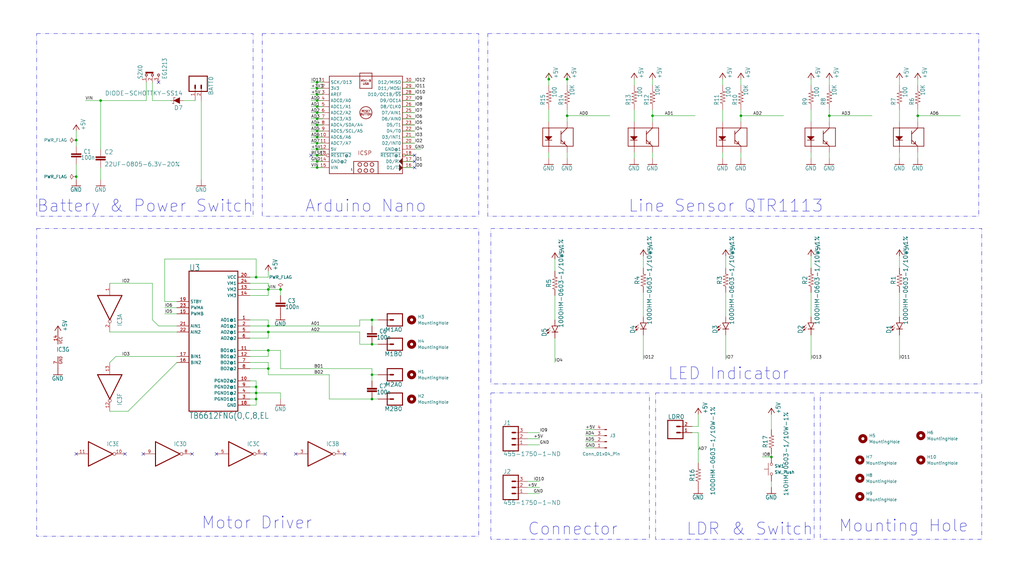
<source format=kicad_sch>
(kicad_sch (version 20230121) (generator eeschema)
  (paper "User" 426.517 239.243)
  (junction (at 132.08 52.07))
  (junction (at 132.08 57.15))
  (junction (at 106.68 161.29))
  (junction (at 31.75 58.42))
  (junction (at 132.08 62.23))
  (junction (at 132.08 44.45))
  (junction (at 154.94 143.51))
  (junction (at 106.68 166.37))
  (junction (at 31.75 73.66))
  (junction (at 132.08 49.53))
  (junction (at 321.31 190.5))
  (junction (at 308.61 48.26))
  (junction (at 111.76 138.43))
  (junction (at 345.44 48.26))
  (junction (at 106.68 115.57))
  (junction (at 132.08 34.29))
  (junction (at 132.08 69.85))
  (junction (at 132.08 54.61))
  (junction (at 132.08 59.69))
  (junction (at 111.76 146.05))
  (junction (at 41.91 41.91))
  (junction (at 154.94 166.37))
  (junction (at 132.08 39.37))
  (junction (at 132.08 64.77))
  (junction (at 132.08 36.83))
  (junction (at 111.76 135.89))
  (junction (at 228.6 33.02))
  (junction (at 116.84 120.65))
  (junction (at 106.68 163.83))
  (junction (at 154.94 156.21))
  (junction (at 132.08 67.31))
  (junction (at 236.22 33.02))
  (junction (at 271.78 48.26))
  (junction (at 382.27 48.26))
  (junction (at 236.22 48.26))
  (junction (at 111.76 153.67))
  (junction (at 111.76 120.65))
  (junction (at 132.08 41.91))
  (junction (at 154.94 133.35))
  (junction (at 132.08 46.99))
  (no_connect (at 172.72 67.31))
  (no_connect (at 52.07 189.23))
  (no_connect (at 80.01 189.23))
  (no_connect (at 90.17 189.23))
  (no_connect (at 129.54 64.77))
  (no_connect (at 59.69 189.23))
  (no_connect (at 172.72 69.85))
  (no_connect (at 66.04 34.29))
  (no_connect (at 31.75 189.23))
  (no_connect (at 123.19 189.23))
  (no_connect (at 143.51 189.23))
  (no_connect (at 172.72 64.77))
  (no_connect (at 110.49 189.23))
  (wire (pts (xy 132.08 67.31) (xy 134.62 67.31)) (stroke (width 0.1524)))
  (wire (pts (xy 116.84 153.67) (xy 154.94 153.67)) (stroke (width 0.1524)))
  (wire (pts (xy 137.16 156.21) (xy 137.16 166.37)) (stroke (width 0.1524)))
  (wire (pts (xy 104.14 115.57) (xy 106.68 115.57)) (stroke (width 0.1524)))
  (wire (pts (xy 167.64 49.53) (xy 172.72 49.53)) (stroke (width 0.1524)))
  (wire (pts (xy 382.27 63.5) (xy 382.27 66.04)) (stroke (width 0.1524)))
  (wire (pts (xy 149.86 133.35) (xy 154.94 133.35)) (stroke (width 0.1524)))
  (wire (pts (xy 111.76 146.05) (xy 111.76 148.59)) (stroke (width 0.1524)))
  (wire (pts (xy 106.68 161.29) (xy 106.68 163.83)) (stroke (width 0.1524)))
  (wire (pts (xy 374.65 111.76) (xy 374.65 106.68)) (stroke (width 0.1524)))
  (wire (pts (xy 53.34 171.45) (xy 45.72 171.45)) (stroke (width 0.1524)))
  (wire (pts (xy 167.64 41.91) (xy 172.72 41.91)) (stroke (width 0.1524)))
  (wire (pts (xy 154.94 166.37) (xy 157.48 166.37)) (stroke (width 0.1524)))
  (wire (pts (xy 290.83 180.34) (xy 288.29 180.34)) (stroke (width 0.1524)))
  (wire (pts (xy 264.16 45.72) (xy 264.16 50.8)) (stroke (width 0.1524)))
  (wire (pts (xy 106.68 107.95) (xy 106.68 115.57)) (stroke (width 0.1524)))
  (wire (pts (xy 345.44 63.5) (xy 345.44 66.04)) (stroke (width 0.1524)))
  (wire (pts (xy 31.75 68.58) (xy 31.75 73.66)) (stroke (width 0.1524)))
  (wire (pts (xy 48.26 148.59) (xy 45.72 151.13)) (stroke (width 0.1524)))
  (wire (pts (xy 149.86 138.43) (xy 149.86 143.51)) (stroke (width 0.1524)))
  (wire (pts (xy 337.82 33.02) (xy 337.82 35.56)) (stroke (width 0.1524)))
  (wire (pts (xy 111.76 151.13) (xy 111.76 153.67)) (stroke (width 0.1524)))
  (wire (pts (xy 111.76 118.11) (xy 104.14 118.11)) (stroke (width 0.1524)))
  (wire (pts (xy 271.78 63.5) (xy 271.78 66.04)) (stroke (width 0.1524)))
  (wire (pts (xy 337.82 139.7) (xy 337.82 149.86)) (stroke (width 0.1524)))
  (wire (pts (xy 132.08 64.77) (xy 134.62 64.77)) (stroke (width 0.1524)))
  (wire (pts (xy 106.68 163.83) (xy 104.14 163.83)) (stroke (width 0.1524)))
  (wire (pts (xy 132.08 57.15) (xy 134.62 57.15)) (stroke (width 0.1524)))
  (wire (pts (xy 132.08 54.61) (xy 129.54 54.61)) (stroke (width 0.1524)))
  (wire (pts (xy 302.26 121.92) (xy 302.26 132.08)) (stroke (width 0.1524)))
  (wire (pts (xy 73.66 151.13) (xy 53.34 171.45)) (stroke (width 0.1524)))
  (wire (pts (xy 132.08 44.45) (xy 129.54 44.45)) (stroke (width 0.1524)))
  (wire (pts (xy 111.76 120.65) (xy 111.76 118.11)) (stroke (width 0.1524)))
  (wire (pts (xy 132.08 46.99) (xy 129.54 46.99)) (stroke (width 0.1524)))
  (wire (pts (xy 73.66 148.59) (xy 48.26 148.59)) (stroke (width 0.1524)))
  (wire (pts (xy 111.76 153.67) (xy 111.76 156.21)) (stroke (width 0.1524)))
  (wire (pts (xy 382.27 48.26) (xy 400.05 48.26)) (stroke (width 0.1524)))
  (wire (pts (xy 111.76 133.35) (xy 111.76 135.89)) (stroke (width 0.1524)))
  (wire (pts (xy 154.94 153.67) (xy 154.94 156.21)) (stroke (width 0.1524)))
  (wire (pts (xy 271.78 50.8) (xy 271.78 48.26)) (stroke (width 0.1524)))
  (wire (pts (xy 31.75 73.66) (xy 31.75 74.93)) (stroke (width 0.1524)))
  (wire (pts (xy 167.64 59.69) (xy 172.72 59.69)) (stroke (width 0.1524)))
  (wire (pts (xy 374.65 45.72) (xy 374.65 50.8)) (stroke (width 0.1524)))
  (wire (pts (xy 111.76 140.97) (xy 104.14 140.97)) (stroke (width 0.1524)))
  (wire (pts (xy 236.22 30.48) (xy 236.22 33.02)) (stroke (width 0.1524)))
  (wire (pts (xy 167.64 36.83) (xy 172.72 36.83)) (stroke (width 0.1524)))
  (wire (pts (xy 104.14 151.13) (xy 111.76 151.13)) (stroke (width 0.1524)))
  (wire (pts (xy 264.16 66.04) (xy 264.16 63.5)) (stroke (width 0.1524)))
  (wire (pts (xy 111.76 135.89) (xy 149.86 135.89)) (stroke (width 0.1524)))
  (wire (pts (xy 382.27 45.72) (xy 382.27 48.26)) (stroke (width 0.1524)))
  (wire (pts (xy 63.5 41.91) (xy 63.5 34.29)))
  (wire (pts (xy 219.71 200.66) (xy 224.79 200.66)) (stroke (width 0.1524)))
  (wire (pts (xy 132.08 52.07) (xy 134.62 52.07)) (stroke (width 0.1524)))
  (wire (pts (xy 132.08 44.45) (xy 134.62 44.45)) (stroke (width 0.1524)))
  (wire (pts (xy 267.97 121.92) (xy 267.97 132.08)) (stroke (width 0.1524)))
  (wire (pts (xy 31.75 58.42) (xy 31.75 60.96)) (stroke (width 0.1524)))
  (wire (pts (xy 382.27 33.02) (xy 382.27 35.56)) (stroke (width 0.1524)))
  (wire (pts (xy 116.84 153.67) (xy 116.84 146.05)) (stroke (width 0.1524)))
  (wire (pts (xy 132.08 39.37) (xy 129.54 39.37)) (stroke (width 0.1524)))
  (wire (pts (xy 267.97 111.76) (xy 267.97 106.68)) (stroke (width 0.1524)))
  (wire (pts (xy 116.84 120.65) (xy 111.76 120.65)) (stroke (width 0.1524)))
  (wire (pts (xy 167.64 67.31) (xy 172.72 67.31)) (stroke (width 0.1524)))
  (wire (pts (xy 228.6 33.02) (xy 228.6 35.56)) (stroke (width 0.1524)))
  (wire (pts (xy 167.64 39.37) (xy 172.72 39.37)) (stroke (width 0.1524)))
  (wire (pts (xy 231.14 113.03) (xy 231.14 107.95)) (stroke (width 0.1524)))
  (wire (pts (xy 116.84 123.19) (xy 116.84 120.65)) (stroke (width 0.1524)))
  (wire (pts (xy 236.22 50.8) (xy 236.22 48.26)) (stroke (width 0.1524)))
  (wire (pts (xy 73.66 128.27) (xy 68.58 128.27)) (stroke (width 0.1524)))
  (wire (pts (xy 337.82 66.04) (xy 337.82 63.5)) (stroke (width 0.1524)))
  (wire (pts (xy 374.65 33.02) (xy 374.65 35.56)) (stroke (width 0.1524)))
  (wire (pts (xy 219.71 203.2) (xy 224.79 203.2)) (stroke (width 0.1524)))
  (wire (pts (xy 302.26 139.7) (xy 302.26 149.86)) (stroke (width 0.1524)))
  (wire (pts (xy 41.91 69.85) (xy 41.91 74.93)) (stroke (width 0.1524)))
  (wire (pts (xy 321.31 200.66) (xy 321.31 203.2)))
  (wire (pts (xy 132.08 52.07) (xy 129.54 52.07)) (stroke (width 0.1524)))
  (wire (pts (xy 132.08 59.69) (xy 134.62 59.69)) (stroke (width 0.1524)))
  (wire (pts (xy 132.08 49.53) (xy 129.54 49.53)) (stroke (width 0.1524)))
  (wire (pts (xy 167.64 34.29) (xy 172.72 34.29)) (stroke (width 0.1524)))
  (wire (pts (xy 132.08 69.85) (xy 134.62 69.85)) (stroke (width 0.1524)))
  (wire (pts (xy 317.5 190.5) (xy 321.31 190.5)))
  (wire (pts (xy 228.6 66.04) (xy 228.6 63.5)) (stroke (width 0.1524)))
  (wire (pts (xy 111.76 123.19) (xy 111.76 120.65)) (stroke (width 0.1524)))
  (wire (pts (xy 111.76 153.67) (xy 104.14 153.67)) (stroke (width 0.1524)))
  (wire (pts (xy 264.16 33.02) (xy 264.16 35.56)) (stroke (width 0.1524)))
  (wire (pts (xy 154.94 158.75) (xy 154.94 156.21)) (stroke (width 0.1524)))
  (wire (pts (xy 68.58 107.95) (xy 106.68 107.95)) (stroke (width 0.1524)))
  (wire (pts (xy 243.84 184.15) (xy 247.65 184.15)))
  (wire (pts (xy 76.2 41.91) (xy 81.28 41.91)) (stroke (width 0.1524)))
  (wire (pts (xy 321.31 189.23) (xy 321.31 190.5)))
  (wire (pts (xy 104.14 161.29) (xy 106.68 161.29)) (stroke (width 0.1524)))
  (wire (pts (xy 167.64 57.15) (xy 172.72 57.15)) (stroke (width 0.1524)))
  (wire (pts (xy 271.78 48.26) (xy 289.56 48.26)) (stroke (width 0.1524)))
  (wire (pts (xy 106.68 163.83) (xy 106.68 166.37)) (stroke (width 0.1524)))
  (wire (pts (xy 60.96 34.29) (xy 60.96 41.91)) (stroke (width 0.1524)))
  (wire (pts (xy 111.76 138.43) (xy 149.86 138.43)) (stroke (width 0.1524)))
  (wire (pts (xy 104.14 123.19) (xy 111.76 123.19)) (stroke (width 0.1524)))
  (wire (pts (xy 374.65 121.92) (xy 374.65 132.08)) (stroke (width 0.1524)))
  (wire (pts (xy 83.82 41.91) (xy 83.82 74.93)) (stroke (width 0.1524)))
  (wire (pts (xy 236.22 63.5) (xy 236.22 66.04)) (stroke (width 0.1524)))
  (wire (pts (xy 111.76 138.43) (xy 111.76 140.97)) (stroke (width 0.1524)))
  (wire (pts (xy 132.08 39.37) (xy 134.62 39.37)) (stroke (width 0.1524)))
  (wire (pts (xy 35.56 41.91) (xy 41.91 41.91)) (stroke (width 0.1524)))
  (wire (pts (xy 290.83 193.04) (xy 290.83 180.34)) (stroke (width 0.1524)))
  (wire (pts (xy 345.44 48.26) (xy 363.22 48.26)) (stroke (width 0.1524)))
  (wire (pts (xy 308.61 50.8) (xy 308.61 48.26)) (stroke (width 0.1524)))
  (wire (pts (xy 132.08 64.77) (xy 129.54 64.77)) (stroke (width 0.1524)))
  (wire (pts (xy 73.66 125.73) (xy 68.58 125.73)) (stroke (width 0.1524)))
  (wire (pts (xy 111.76 148.59) (xy 104.14 148.59)) (stroke (width 0.1524)))
  (wire (pts (xy 41.91 62.23) (xy 41.91 41.91)) (stroke (width 0.1524)))
  (wire (pts (xy 167.64 46.99) (xy 172.72 46.99)) (stroke (width 0.1524)))
  (wire (pts (xy 154.94 143.51) (xy 157.48 143.51)) (stroke (width 0.1524)))
  (wire (pts (xy 154.94 133.35) (xy 157.48 133.35)) (stroke (width 0.1524)))
  (wire (pts (xy 228.6 45.72) (xy 228.6 50.8)) (stroke (width 0.1524)))
  (wire (pts (xy 271.78 45.72) (xy 271.78 48.26)) (stroke (width 0.1524)))
  (wire (pts (xy 228.6 30.48) (xy 228.6 33.02)) (stroke (width 0.1524)))
  (wire (pts (xy 106.68 115.57) (xy 111.76 115.57)) (stroke (width 0.1524)))
  (wire (pts (xy 73.66 138.43) (xy 45.72 138.43)) (stroke (width 0.1524)))
  (wire (pts (xy 106.68 158.75) (xy 106.68 161.29)) (stroke (width 0.1524)))
  (wire (pts (xy 219.71 182.88) (xy 224.79 182.88)) (stroke (width 0.1524)))
  (wire (pts (xy 167.64 44.45) (xy 172.72 44.45)) (stroke (width 0.1524)))
  (wire (pts (xy 111.76 115.57) (xy 111.76 113.03)) (stroke (width 0.1524)))
  (wire (pts (xy 132.08 34.29) (xy 134.62 34.29)) (stroke (width 0.1524)))
  (wire (pts (xy 308.61 48.26) (xy 326.39 48.26)) (stroke (width 0.1524)))
  (wire (pts (xy 382.27 50.8) (xy 382.27 48.26)) (stroke (width 0.1524)))
  (wire (pts (xy 243.84 179.07) (xy 247.65 179.07)))
  (wire (pts (xy 132.08 62.23) (xy 129.54 62.23)) (stroke (width 0.1524)))
  (wire (pts (xy 337.82 111.76) (xy 337.82 106.68)) (stroke (width 0.1524)))
  (wire (pts (xy 132.08 62.23) (xy 134.62 62.23)) (stroke (width 0.1524)))
  (wire (pts (xy 132.08 57.15) (xy 129.54 57.15)) (stroke (width 0.1524)))
  (wire (pts (xy 300.99 66.04) (xy 300.99 63.5)) (stroke (width 0.1524)))
  (wire (pts (xy 132.08 67.31) (xy 129.54 67.31)) (stroke (width 0.1524)))
  (wire (pts (xy 104.14 146.05) (xy 111.76 146.05)) (stroke (width 0.1524)))
  (wire (pts (xy 300.99 45.72) (xy 300.99 50.8)) (stroke (width 0.1524)))
  (wire (pts (xy 172.72 62.23) (xy 175.26 62.23)) (stroke (width 0.1524)))
  (wire (pts (xy 167.64 52.07) (xy 172.72 52.07)) (stroke (width 0.1524)))
  (wire (pts (xy 106.68 168.91) (xy 104.14 168.91)) (stroke (width 0.1524)))
  (wire (pts (xy 288.29 177.8) (xy 290.83 177.8)) (stroke (width 0.1524)))
  (wire (pts (xy 132.08 54.61) (xy 134.62 54.61)) (stroke (width 0.1524)))
  (wire (pts (xy 132.08 41.91) (xy 129.54 41.91)) (stroke (width 0.1524)))
  (wire (pts (xy 132.08 59.69) (xy 129.54 59.69)) (stroke (width 0.1524)))
  (wire (pts (xy 219.71 180.34) (xy 224.79 180.34)) (stroke (width 0.1524)))
  (wire (pts (xy 219.71 185.42) (xy 224.79 185.42)) (stroke (width 0.1524)))
  (wire (pts (xy 132.08 69.85) (xy 129.54 69.85)) (stroke (width 0.1524)))
  (wire (pts (xy 137.16 166.37) (xy 154.94 166.37)) (stroke (width 0.1524)))
  (wire (pts (xy 302.26 111.76) (xy 302.26 106.68)) (stroke (width 0.1524)))
  (wire (pts (xy 167.64 54.61) (xy 172.72 54.61)) (stroke (width 0.1524)))
  (wire (pts (xy 73.66 135.89) (xy 66.04 135.89)) (stroke (width 0.1524)))
  (wire (pts (xy 104.14 138.43) (xy 111.76 138.43)) (stroke (width 0.1524)))
  (wire (pts (xy 41.91 41.91) (xy 60.96 41.91)) (stroke (width 0.1524)))
  (wire (pts (xy 116.84 163.83) (xy 116.84 166.37)) (stroke (width 0.1524)))
  (wire (pts (xy 374.65 139.7) (xy 374.65 149.86)) (stroke (width 0.1524)))
  (wire (pts (xy 104.14 158.75) (xy 106.68 158.75)) (stroke (width 0.1524)))
  (wire (pts (xy 300.99 33.02) (xy 300.99 35.56)) (stroke (width 0.1524)))
  (wire (pts (xy 71.12 41.91) (xy 63.5 41.91)))
  (wire (pts (xy 243.84 181.61) (xy 247.65 181.61)))
  (wire (pts (xy 231.14 140.97) (xy 231.14 151.13)) (stroke (width 0.1524)))
  (wire (pts (xy 132.08 41.91) (xy 134.62 41.91)) (stroke (width 0.1524)))
  (wire (pts (xy 104.14 166.37) (xy 106.68 166.37)) (stroke (width 0.1524)))
  (wire (pts (xy 132.08 36.83) (xy 134.62 36.83)) (stroke (width 0.1524)))
  (wire (pts (xy 308.61 45.72) (xy 308.61 48.26)) (stroke (width 0.1524)))
  (wire (pts (xy 345.44 33.02) (xy 345.44 35.56)) (stroke (width 0.1524)))
  (wire (pts (xy 132.08 34.29) (xy 129.54 34.29)) (stroke (width 0.1524)))
  (wire (pts (xy 149.86 135.89) (xy 149.86 133.35)) (stroke (width 0.1524)))
  (wire (pts (xy 219.71 205.74) (xy 224.79 205.74)) (stroke (width 0.1524)))
  (wire (pts (xy 111.76 156.21) (xy 137.16 156.21)) (stroke (width 0.1524)))
  (wire (pts (xy 337.82 121.92) (xy 337.82 132.08)) (stroke (width 0.1524)))
  (wire (pts (xy 236.22 48.26) (xy 254 48.26)) (stroke (width 0.1524)))
  (wire (pts (xy 106.68 163.83) (xy 116.84 163.83)) (stroke (width 0.1524)))
  (wire (pts (xy 236.22 45.72) (xy 236.22 48.26)) (stroke (width 0.1524)))
  (wire (pts (xy 271.78 33.02) (xy 271.78 35.56)) (stroke (width 0.1524)))
  (wire (pts (xy 321.31 172.72) (xy 321.31 179.07)))
  (wire (pts (xy 104.14 133.35) (xy 111.76 133.35)) (stroke (width 0.1524)))
  (wire (pts (xy 111.76 120.65) (xy 104.14 120.65)) (stroke (width 0.1524)))
  (wire (pts (xy 63.5 118.11) (xy 45.72 118.11)) (stroke (width 0.1524)))
  (wire (pts (xy 345.44 50.8) (xy 345.44 48.26)) (stroke (width 0.1524)))
  (wire (pts (xy 132.08 49.53) (xy 134.62 49.53)) (stroke (width 0.1524)))
  (wire (pts (xy 267.97 139.7) (xy 267.97 149.86)) (stroke (width 0.1524)))
  (wire (pts (xy 149.86 143.51) (xy 154.94 143.51)) (stroke (width 0.1524)))
  (wire (pts (xy 236.22 33.02) (xy 236.22 35.56)) (stroke (width 0.1524)))
  (wire (pts (xy 154.94 135.89) (xy 154.94 133.35)) (stroke (width 0.1524)))
  (wire (pts (xy 116.84 146.05) (xy 111.76 146.05)) (stroke (width 0.1524)))
  (wire (pts (xy 308.61 33.02) (xy 308.61 35.56)) (stroke (width 0.1524)))
  (wire (pts (xy 167.64 64.77) (xy 172.72 64.77)) (stroke (width 0.1524)))
  (wire (pts (xy 68.58 125.73) (xy 68.58 107.95)) (stroke (width 0.1524)))
  (wire (pts (xy 337.82 45.72) (xy 337.82 50.8)) (stroke (width 0.1524)))
  (wire (pts (xy 31.75 54.61) (xy 31.75 58.42)) (stroke (width 0.1524)))
  (wire (pts (xy 231.14 123.19) (xy 231.14 133.35)) (stroke (width 0.1524)))
  (wire (pts (xy 308.61 63.5) (xy 308.61 66.04)) (stroke (width 0.1524)))
  (wire (pts (xy 106.68 166.37) (xy 106.68 168.91)) (stroke (width 0.1524)))
  (wire (pts (xy 73.66 130.81) (xy 68.58 130.81)) (stroke (width 0.1524)))
  (wire (pts (xy 345.44 45.72) (xy 345.44 48.26)) (stroke (width 0.1524)))
  (wire (pts (xy 154.94 156.21) (xy 157.48 156.21)) (stroke (width 0.1524)))
  (wire (pts (xy 66.04 135.89) (xy 63.5 133.35)) (stroke (width 0.1524)))
  (wire (pts (xy 132.08 36.83) (xy 129.54 36.83)) (stroke (width 0.1524)))
  (wire (pts (xy 374.65 66.04) (xy 374.65 63.5)) (stroke (width 0.1524)))
  (wire (pts (xy 63.5 133.35) (xy 63.5 118.11)) (stroke (width 0.1524)))
  (wire (pts (xy 243.84 186.69) (xy 247.65 186.69)))
  (wire (pts (xy 132.08 46.99) (xy 134.62 46.99)) (stroke (width 0.1524)))
  (wire (pts (xy 167.64 69.85) (xy 172.72 69.85)) (stroke (width 0.1524)))
  (wire (pts (xy 290.83 177.8) (xy 290.83 172.72)) (stroke (width 0.1524)))
  (wire (pts (xy 111.76 135.89) (xy 104.14 135.89)) (stroke (width 0.1524)))
  (rectangle (start 203.2 13.97) (end 407.67 90.17) (stroke (width 0) (type dash_dot_dot)))
  (rectangle (start 273.05 163.83) (end 339.09 224.79) (stroke (width 0) (type dash_dot_dot)))
  (rectangle (start 204.47 95.25) (end 408.94 160.02) (stroke (width 0) (type dash_dot_dot)))
  (rectangle (start 109.22 13.97) (end 199.39 90.17) (stroke (width 0) (type dash_dot_dot)))
  (rectangle (start 204.47 163.83) (end 270.51 224.79) (stroke (width 0) (type dash_dot_dot)))
  (rectangle (start 341.63 163.83) (end 408.94 224.79) (stroke (width 0) (type dash_dot_dot)))
  (rectangle (start 15.24 13.97) (end 105.41 90.17) (stroke (width 0) (type dash_dot_dot)))
  (rectangle (start 15.24 95.25) (end 199.39 223.52) (stroke (width 0) (type dash_dot_dot)))
  (text "Arduino Nano" (at 127 88.9 0) (effects (font (size 5 5)) (justify left bottom)))
  (text "Motor Driver" (at 83.82 220.98 0) (effects (font (size 5 5)) (justify left bottom)))
  (text "LDR	& Switch\n" (at 285.75 223.52 0) (effects (font (size 5 5)) (justify left bottom)))
  (text "LED Indicator" (at 278.13 158.75 0) (effects (font (size 5 5)) (justify left bottom)))
  (text "Line Sensor QTR1113" (at 261.62 88.9 0) (effects (font (size 5 5)) (justify left bottom)))
  (text "Mounting Hole" (at 349.25 222.25 0) (effects (font (size 5 5)) (justify left bottom)))
  (text "Connector" (at 219.71 223.52 0) (effects (font (size 5 5)) (justify left bottom)))
  (text "Battery & Power Switch" (at 15.24 88.9 0) (effects (font (size 5 5)) (justify left bottom)))
  (label "AD5" (at 129.54 54.61 0) (effects (font (size 1.2446 1.2446))))
  (label "IO12" (at 172.72 34.29 0) (effects (font (size 1.2446 1.2446))))
  (label "AD1" (at 276.86 48.26 0) (effects (font (size 1.2446 1.2446))))
  (label "AD3" (at 129.54 49.53 0) (effects (font (size 1.2446 1.2446))))
  (label "IO6" (at 172.72 49.53 0) (effects (font (size 1.2446 1.2446))))
  (label "IO0" (at 172.72 69.85 0) (effects (font (size 1.2446 1.2446))))
  (label "IO5" (at 68.58 130.81 0) (effects (font (size 1.2446 1.2446))))
  (label "IO9" (at 172.72 41.91 0) (effects (font (size 1.2446 1.2446))))
  (label "RESET" (at 129.54 64.77 0) (effects (font (size 1.2446 1.2446))))
  (label "AD4" (at 129.54 52.07 0) (effects (font (size 1.2446 1.2446))))
  (label "AD0" (at 241.3 48.26 0) (effects (font (size 1.2446 1.2446))))
  (label "AD7" (at 290.83 187.96 0) (effects (font (size 1.2446 1.2446))))
  (label "AD6" (at 387.35 48.26 0) (effects (font (size 1.2446 1.2446))))
  (label "IO12" (at 267.97 149.86 0) (effects (font (size 1.2446 1.2446))))
  (label "IO7" (at 302.26 149.86 0) (effects (font (size 1.2446 1.2446))))
  (label "IO13" (at 337.82 149.86 0) (effects (font (size 1.2446 1.2446))))
  (label "GND" (at 172.72 62.23 0) (effects (font (size 1.2446 1.2446))))
  (label "AD4" (at 243.84 181.61 0))
  (label "+5V" (at 219.71 203.2 0) (effects (font (size 1.2446 1.2446))))
  (label "AD1" (at 129.54 44.45 0) (effects (font (size 1.2446 1.2446))))
  (label "AD2" (at 313.69 48.26 0) (effects (font (size 1.2446 1.2446))))
  (label "IO13" (at 129.54 34.29 0) (effects (font (size 1.2446 1.2446))))
  (label "GND" (at 222.25 205.74 0) (effects (font (size 1.2446 1.2446))))
  (label "IO4" (at 172.72 54.61 0) (effects (font (size 1.2446 1.2446))))
  (label "+5V" (at 129.54 62.23 0) (effects (font (size 1.2446 1.2446))))
  (label "VIN" (at 129.54 69.85 0) (effects (font (size 1.2446 1.2446))))
  (label "VIN" (at 35.56 41.91 0) (effects (font (size 1.2446 1.2446))))
  (label "IO4" (at 231.14 151.13 0) (effects (font (size 1.2446 1.2446))))
  (label "GND" (at 224.79 185.42 0) (effects (font (size 1.2446 1.2446))))
  (label "IO8" (at 172.72 44.45 0) (effects (font (size 1.2446 1.2446))))
  (label "IO3" (at 50.8 148.59 0) (effects (font (size 1.2446 1.2446))))
  (label "AD7" (at 129.54 59.69 0) (effects (font (size 1.2446 1.2446))))
  (label "IO6" (at 68.58 128.27 0) (effects (font (size 1.2446 1.2446))))
  (label "B01" (at 130.81 153.67 0))
  (label "IO1" (at 172.72 67.31 0) (effects (font (size 1.2446 1.2446))))
  (label "IO2" (at 172.72 59.69 0) (effects (font (size 1.2446 1.2446))))
  (label "IO5" (at 172.72 52.07 0) (effects (font (size 1.2446 1.2446))))
  (label "+5V" (at 129.54 39.37 0) (effects (font (size 1.2446 1.2446))))
  (label "AD2" (at 129.54 46.99 0) (effects (font (size 1.2446 1.2446))))
  (label "GND" (at 243.84 186.69 0))
  (label "IO10" (at 222.25 200.66 0) (effects (font (size 1.2446 1.2446))))
  (label "IO3" (at 172.72 57.15 0) (effects (font (size 1.2446 1.2446))))
  (label "IO2" (at 50.8 118.11 0) (effects (font (size 1.2446 1.2446))))
  (label "A01" (at 129.54 135.89 0))
  (label "IO10" (at 172.72 39.37 0) (effects (font (size 1.2446 1.2446))))
  (label "IO7" (at 172.72 46.99 0) (effects (font (size 1.2446 1.2446))))
  (label "B02" (at 130.81 156.21 0))
  (label "IO11" (at 374.65 149.86 0) (effects (font (size 1.2446 1.2446))))
  (label "GND" (at 129.54 67.31 0) (effects (font (size 1.2446 1.2446))))
  (label "AD3" (at 350.52 48.26 0) (effects (font (size 1.2446 1.2446))))
  (label "+3V3" (at 129.54 36.83 0) (effects (font (size 1.2446 1.2446))))
  (label "AD5" (at 243.84 184.15 0))
  (label "AD0" (at 129.54 41.91 0) (effects (font (size 1.2446 1.2446))))
  (label "IO9" (at 224.79 180.34 0) (effects (font (size 1.2446 1.2446))))
  (label "IO8" (at 317.5 190.5 0))
  (label "AD6" (at 129.54 57.15 0) (effects (font (size 1.2446 1.2446))))
  (label "IO11" (at 172.72 36.83 0) (effects (font (size 1.2446 1.2446))))
  (label "A02" (at 129.54 138.43 0))
  (label "+5V" (at 222.25 182.88 0) (effects (font (size 1.2446 1.2446))))
  (label "VIN" (at 111.76 120.65 0) (effects (font (size 1.2446 1.2446))))
  (label "+5V" (at 243.84 179.07 0))
  (symbol (lib_id "lekirbot-eagle-import:LED-FKIT-1206") (at 337.82 134.62 0) (unit 1)
    (property "Reference" "D2" (at 334.391 139.192 90) (effects (font (size 1.778 1.778)) (justify left bottom)))
    (property "Value" "LED-FKIT-1206" (effects hide))
    (property "Footprint" "lekirbot:FKIT-LED-1206" (effects hide))
  )
  (symbol (lib_id "lekirbot-eagle-import:C-EU0603-RND") (at 31.75 66.04 0) (mirror x) (unit 1)
    (property "Reference" "C1" (at 37.973 64.135 0) (effects (font (size 1.778 1.5113)) (justify right top)))
    (property "Value" "100n" (at 39.624 66.675 0) (effects (font (size 1.778 1.5113)) (justify right top)))
    (property "Footprint" "lekirbot:C0603-ROUND" (effects hide))
  )
  (symbol (lib_id "lekirbot-eagle-import:CONN_03") (at 212.09 182.88 0) (unit 1)
    (property "Reference" "J1" (at 209.55 177.292 0) (effects (font (size 1.778 1.778)) (justify left bottom)))
    (property "Value" "455-1750-1-ND" (at 209.55 190.246 0) (effects (font (size 1.778 1.778)) (justify left bottom)))
    (property "Footprint" "lekirbot:1X03" (effects hide))
  )
  (symbol (lib_id "lekirbot-eagle-import:ARDUINO_NANO") (at 152.4 46.99 180) (unit 1)
    (property "Reference" "ARDUINO_NANO1" (effects hide))
    (property "Value" "ARDUINO_NANO" (effects hide))
    (property "Footprint" "lekirbot:ARDUINO_NANO" (effects hide))
  )
  (symbol (lib_id "lekirbot-eagle-import:CONN_01") (at 165.1 166.37 180) (unit 1)
    (property "Reference" "M2B0" (at 167.64 169.418 0) (effects (font (size 1.778 1.778)) (justify left bottom)))
    (property "Value" "CONN_01" (effects hide))
    (property "Footprint" "lekirbot:1X01" (effects hide))
  )
  (symbol (lib_id "lekirbot-eagle-import:QRE11131{colon}1") (at 342.9 55.88 0) (mirror y) (unit 1)
    (property "Reference" "U7" (effects hide))
    (property "Value" "QRE11131{colon}1" (effects hide))
    (property "Footprint" "lekirbot:QRE1113-1_1" (effects hide))
  )
  (symbol (lib_id "lekirbot-eagle-import:QRE11131{colon}1") (at 269.24 55.88 0) (mirror y) (unit 1)
    (property "Reference" "U5" (effects hide))
    (property "Value" "QRE11131{colon}1" (effects hide))
    (property "Footprint" "lekirbot:QRE1113-1_1" (effects hide))
  )
  (symbol (lib_id "Mechanical:MountingHole") (at 171.45 143.51 0) (unit 1)
    (property "Reference" "H4" (at 173.99 142.24 0) (effects (justify left)))
    (property "Value" "MountingHole" (at 173.99 144.78 0) (effects (justify left)))
    (property "Footprint" "MountingHole:MountingHole_3.2mm_M3" (effects hide))
  )
  (symbol (lib_id "lekirbot-eagle-import:100OHM-0603-1/10W-1%") (at 337.82 116.84 90) (unit 1)
    (property "Reference" "R2" (at 336.296 116.84 0) (effects (font (size 1.778 1.778)) (justify bottom)))
    (property "Value" "100OHM-0603-1/10W-1%" (at 339.344 116.84 0) (effects (font (size 1.778 1.778)) (justify top)))
    (property "Footprint" "lekirbot:0603" (effects hide))
  )
  (symbol (lib_id "lekirbot-eagle-import:RESISTOR0603-RES") (at 264.16 40.64 90) (unit 1)
    (property "Reference" "R13" (at 262.636 43.942 0) (effects (font (size 1.778 1.5113)) (justify left bottom)))
    (property "Value" "100" (at 267.462 40.64 0) (effects (font (size 1.778 1.5113)) (justify left bottom)))
    (property "Footprint" "lekirbot:0603-RES" (effects hide))
  )
  (symbol (lib_id "Mechanical:MountingHole") (at 383.54 181.61 0) (unit 1)
    (property "Reference" "H6" (at 386.08 180.34 0) (effects (justify left)))
    (property "Value" "MountingHole" (at 386.08 182.88 0) (effects (justify left)))
    (property "Footprint" "MountingHole:MountingHole_3.2mm_M3" (effects hide))
  )
  (symbol (lib_id "lekirbot-eagle-import:RESISTOR0603-RES") (at 374.65 40.64 90) (unit 1)
    (property "Reference" "R7" (at 373.126 43.942 0) (effects (font (size 1.778 1.5113)) (justify left bottom)))
    (property "Value" "100" (at 377.952 40.64 0) (effects (font (size 1.778 1.5113)) (justify left bottom)))
    (property "Footprint" "lekirbot:0603-RES" (effects hide))
  )
  (symbol (lib_id "lekirbot-eagle-import:+5V") (at 337.82 30.48 0) (unit 1)
    (property "Reference" "#P+010" (effects hide))
    (property "Value" "+5V" (at 339.725 27.94 90) (effects (font (size 1.778 1.5113)) (justify right top)))
  )
  (symbol (lib_id "lekirbot-eagle-import:SparkFun_GND") (at 271.78 68.58 0) (unit 1)
    (property "Reference" "#GND05" (effects hide))
    (property "Value" "GND" (at 269.24 71.12 0) (effects (font (size 1.778 1.5113)) (justify left bottom)))
  )
  (symbol (lib_id "lekirbot-eagle-import:SparkFun_GND") (at 382.27 68.58 0) (unit 1)
    (property "Reference" "#GND011" (effects hide))
    (property "Value" "GND" (at 379.73 71.12 0) (effects (font (size 1.778 1.5113)) (justify left bottom)))
  )
  (symbol (lib_id "lekirbot-eagle-import:+5V") (at 308.61 30.48 0) (unit 1)
    (property "Reference" "#P+05" (effects hide))
    (property "Value" "+5V" (at 310.515 27.94 90) (effects (font (size 1.778 1.5113)) (justify right top)))
  )
  (symbol (lib_id "lekirbot-eagle-import:RESISTOR0603-RES") (at 300.99 40.64 90) (unit 1)
    (property "Reference" "R11" (at 299.466 43.942 0) (effects (font (size 1.778 1.5113)) (justify left bottom)))
    (property "Value" "100" (at 304.292 40.64 0) (effects (font (size 1.778 1.5113)) (justify left bottom)))
    (property "Footprint" "lekirbot:0603-RES" (effects hide))
  )
  (symbol (lib_id "lekirbot-eagle-import:EG1213") (at 63.5 31.75 90) (unit 1)
    (property "Reference" "S2X0" (at 59.3725 33.02 0) (effects (font (size 1.778 1.5113)) (justify left bottom)))
    (property "Value" "EG1213" (at 69.5325 33.02 0) (effects (font (size 1.778 1.5113)) (justify left bottom)))
    (property "Footprint" "lekirbot:EG1213" (effects hide))
  )
  (symbol (lib_id "lekirbot-eagle-import:TB6612FNG(O,C,8,EL") (at 88.9 140.97 0) (unit 1)
    (property "Reference" "U3" (at 78.725 112.9887 0) (effects (font (size 2.5437 2.1621)) (justify left bottom)))
    (property "Value" "TB6612FNG(O,C,8,EL" (at 78.73 174.6582 0) (effects (font (size 2.5425 2.1611)) (justify left bottom)))
    (property "Footprint" "lekirbot:SOP65P760X160-24N" (effects hide))
  )
  (symbol (lib_id "lekirbot-eagle-import:C-EU0603-RND") (at 116.84 128.27 0) (mirror x) (unit 1)
    (property "Reference" "C3" (at 123.063 126.365 0) (effects (font (size 1.778 1.5113)) (justify right top)))
    (property "Value" "100n" (at 124.714 128.905 0) (effects (font (size 1.778 1.5113)) (justify right top)))
    (property "Footprint" "lekirbot:C0603-ROUND" (effects hide))
  )
  (symbol (lib_id "lekirbot-eagle-import:RESISTOR0603-RES") (at 382.27 40.64 270) (unit 1)
    (property "Reference" "R6" (at 380.746 43.942 0) (effects (font (size 1.778 1.5113)) (justify right top)))
    (property "Value" "10K" (at 385.318 39.878 0) (effects (font (size 1.778 1.5113)) (justify right top)))
    (property "Footprint" "lekirbot:0603-RES" (effects hide))
  )
  (symbol (lib_id "lekirbot-eagle-import:RESISTOR0603-RES") (at 308.61 40.64 270) (unit 1)
    (property "Reference" "R10" (at 307.086 43.942 0) (effects (font (size 1.778 1.5113)) (justify right top)))
    (property "Value" "10K" (at 311.658 39.878 0) (effects (font (size 1.778 1.5113)) (justify right top)))
    (property "Footprint" "lekirbot:0603-RES" (effects hide))
  )
  (symbol (lib_id "lekirbot-eagle-import:+5V") (at 31.75 52.07 0) (unit 1)
    (property "Reference" "#P+09" (effects hide))
    (property "Value" "+5V" (at 33.655 49.53 90) (effects (font (size 1.778 1.5113)) (justify right top)))
  )
  (symbol (lib_id "lekirbot-eagle-import:LED-FKIT-1206") (at 231.14 135.89 0) (unit 1)
    (property "Reference" "D5" (at 227.711 140.462 90) (effects (font (size 1.778 1.778)) (justify left bottom)))
    (property "Value" "LED-FKIT-1206" (effects hide))
    (property "Footprint" "lekirbot:FKIT-LED-1206" (effects hide))
  )
  (symbol (lib_id "lekirbot-eagle-import:+5V") (at 337.82 104.14 0) (unit 1)
    (property "Reference" "#P+016" (effects hide))
    (property "Value" "+5V" (at 339.725 101.6 90) (effects (font (size 1.778 1.5113)) (justify right top)))
  )
  (symbol (lib_id "Mechanical:MountingHole") (at 383.54 191.77 0) (unit 1)
    (property "Reference" "H10" (at 386.08 190.5 0) (effects (justify left)))
    (property "Value" "MountingHole" (at 386.08 193.04 0) (effects (justify left)))
    (property "Footprint" "MountingHole:MountingHole_3.2mm_M3" (effects hide))
  )
  (symbol (lib_id "lekirbot-eagle-import:CONN_02") (at 81.28 34.29 270) (unit 1)
    (property "Reference" "BATT0" (at 86.868 31.75 0) (effects (font (size 1.778 1.778)) (justify left bottom)))
    (property "Value" "CONN_02" (effects hide))
    (property "Footprint" "lekirbot:1X02" (effects hide))
  )
  (symbol (lib_id "lekirbot-eagle-import:SparkFun_GND") (at 300.99 68.58 0) (unit 1)
    (property "Reference" "#GND06" (effects hide))
    (property "Value" "GND" (at 298.45 71.12 0) (effects (font (size 1.778 1.5113)) (justify left bottom)))
  )
  (symbol (lib_id "lekirbot-eagle-import:+5V") (at 111.76 110.49 0) (unit 1)
    (property "Reference" "#P+06" (effects hide))
    (property "Value" "+5V" (at 113.665 107.95 90) (effects (font (size 1.778 1.5113)) (justify right top)))
  )
  (symbol (lib_id "lekirbot-eagle-import:+5V") (at 345.44 30.48 0) (unit 1)
    (property "Reference" "#P+08" (effects hide))
    (property "Value" "+5V" (at 347.345 27.94 90) (effects (font (size 1.778 1.5113)) (justify right top)))
  )
  (symbol (lib_id "lekirbot-eagle-import:+5V") (at 236.22 30.48 0) (unit 1)
    (property "Reference" "#P+01" (effects hide))
    (property "Value" "+5V" (at 238.125 27.94 90) (effects (font (size 1.778 1.5113)) (justify right top)))
  )
  (symbol (lib_id "lekirbot-eagle-import:22UF-0805-6.3V-20%") (at 41.91 67.31 0) (unit 1)
    (property "Reference" "C2" (at 43.434 64.389 0) (effects (font (size 1.778 1.778)) (justify left bottom)))
    (property "Value" "22UF-0805-6.3V-20%" (at 43.434 69.469 0) (effects (font (size 1.778 1.778)) (justify left bottom)))
    (property "Footprint" "lekirbot:0805" (effects hide))
  )
  (symbol (lib_id "lekirbot-eagle-import:LED-FKIT-1206") (at 374.65 134.62 0) (unit 1)
    (property "Reference" "D1" (at 371.221 139.192 90) (effects (font (size 1.778 1.778)) (justify left bottom)))
    (property "Value" "LED-FKIT-1206" (effects hide))
    (property "Footprint" "lekirbot:FKIT-LED-1206" (effects hide))
  )
  (symbol (lib_id "lekirbot-eagle-import:CONN_01") (at 165.1 156.21 180) (unit 1)
    (property "Reference" "M2A0" (at 167.64 159.258 0) (effects (font (size 1.778 1.778)) (justify left bottom)))
    (property "Value" "CONN_01" (effects hide))
    (property "Footprint" "lekirbot:1X01" (effects hide))
  )
  (symbol (lib_id "lekirbot-eagle-import:CONN_03") (at 212.09 203.2 0) (unit 1)
    (property "Reference" "J2" (at 209.55 197.612 0) (effects (font (size 1.778 1.778)) (justify left bottom)))
    (property "Value" "455-1750-1-ND" (at 209.55 210.566 0) (effects (font (size 1.778 1.778)) (justify left bottom)))
    (property "Footprint" "lekirbot:1X03" (effects hide))
  )
  (symbol (lib_id "lekirbot-eagle-import:LED-FKIT-1206") (at 302.26 134.62 0) (unit 1)
    (property "Reference" "D3" (at 298.831 139.192 90) (effects (font (size 1.778 1.778)) (justify left bottom)))
    (property "Value" "LED-FKIT-1206" (effects hide))
    (property "Footprint" "lekirbot:FKIT-LED-1206" (effects hide))
  )
  (symbol (lib_id "lekirbot-eagle-import:7404D") (at 41.91 189.23 0) (unit 5)
    (property "Reference" "IC3" (at 44.45 186.055 0) (effects (font (size 1.778 1.5113)) (justify left bottom)))
    (property "Value" "7404D" (effects hide))
    (property "Footprint" "lekirbot:SO14" (effects hide))
    (property "SPICEPREFIX" "I" (effects hide))
  )
  (symbol (lib_id "lekirbot-eagle-import:+5V") (at 302.26 104.14 0) (unit 1)
    (property "Reference" "#P+017" (effects hide))
    (property "Value" "+5V" (at 304.165 101.6 90) (effects (font (size 1.778 1.5113)) (justify right top)))
  )
  (symbol (lib_id "lekirbot-eagle-import:GND") (at 290.83 205.74 0) (unit 1)
    (property "Reference" "#GND013" (effects hide))
    (property "Value" "GND" (at 288.29 208.28 0) (effects (font (size 1.778 1.5113)) (justify left bottom)))
  )
  (symbol (lib_id "lekirbot-eagle-import:SparkFun_GND") (at 41.91 77.47 0) (unit 1)
    (property "Reference" "#GND014" (effects hide))
    (property "Value" "GND" (at 39.37 80.01 0) (effects (font (size 1.778 1.5113)) (justify left bottom)))
  )
  (symbol (lib_id "lekirbot-eagle-import:100OHM-0603-1/10W-1%") (at 374.65 116.84 90) (unit 1)
    (property "Reference" "R1" (at 373.126 116.84 0) (effects (font (size 1.778 1.778)) (justify bottom)))
    (property "Value" "100OHM-0603-1/10W-1%" (at 376.174 116.84 0) (effects (font (size 1.778 1.778)) (justify top)))
    (property "Footprint" "lekirbot:0603" (effects hide))
  )
  (symbol (lib_id "lekirbot-eagle-import:+5V") (at 231.14 105.41 0) (unit 1)
    (property "Reference" "#P+015" (effects hide))
    (property "Value" "+5V" (at 233.045 102.87 90) (effects (font (size 1.778 1.5113)) (justify right top)))
  )
  (symbol (lib_id "lekirbot-eagle-import:100OHM-0603-1/10W-1%") (at 267.97 116.84 90) (unit 1)
    (property "Reference" "R4" (at 266.446 116.84 0) (effects (font (size 1.778 1.778)) (justify bottom)))
    (property "Value" "100OHM-0603-1/10W-1%" (at 269.494 116.84 0) (effects (font (size 1.778 1.778)) (justify top)))
    (property "Footprint" "lekirbot:0603" (effects hide))
  )
  (symbol (lib_id "lekirbot-eagle-import:RESISTOR0603-RES") (at 345.44 40.64 270) (unit 1)
    (property "Reference" "R8" (at 343.916 43.942 0) (effects (font (size 1.778 1.5113)) (justify right top)))
    (property "Value" "10K" (at 348.488 39.878 0) (effects (font (size 1.778 1.5113)) (justify right top)))
    (property "Footprint" "lekirbot:0603-RES" (effects hide))
  )
  (symbol (lib_id "lekirbot-eagle-import:SparkFun_GND") (at 31.75 77.47 0) (unit 1)
    (property "Reference" "#GND01" (effects hide))
    (property "Value" "GND" (at 29.21 80.01 0) (effects (font (size 1.778 1.5113)) (justify left bottom)))
  )
  (symbol (lib_id "lekirbot-eagle-import:RESISTOR0603-RES") (at 271.78 40.64 270) (unit 1)
    (property "Reference" "R12" (at 270.256 43.942 0) (effects (font (size 1.778 1.5113)) (justify right top)))
    (property "Value" "10K" (at 274.828 39.878 0) (effects (font (size 1.778 1.5113)) (justify right top)))
    (property "Footprint" "lekirbot:0603-RES" (effects hide))
  )
  (symbol (lib_id "Mechanical:MountingHole") (at 358.14 207.01 0) (unit 1)
    (property "Reference" "H9" (at 360.68 205.74 0) (effects (justify left)))
    (property "Value" "MountingHole" (at 360.68 208.28 0) (effects (justify left)))
    (property "Footprint" "MountingHole:MountingHole_3.2mm_M3" (effects hide))
  )
  (symbol (lib_id "lekirbot-eagle-import:SparkFun_GND") (at 264.16 68.58 0) (unit 1)
    (property "Reference" "#GND04" (effects hide))
    (property "Value" "GND" (at 261.62 71.12 0) (effects (font (size 1.778 1.5113)) (justify left bottom)))
  )
  (symbol (lib_id "Mechanical:MountingHole") (at 358.14 199.39 0) (unit 1)
    (property "Reference" "H8" (at 360.68 198.12 0) (effects (justify left)))
    (property "Value" "MountingHole" (at 360.68 200.66 0) (effects (justify left)))
    (property "Footprint" "MountingHole:MountingHole_3.2mm_M3" (effects hide))
  )
  (symbol (lib_id "lekirbot-eagle-import:GND") (at 116.84 133.35 0) (unit 1)
    (property "Reference" "#GND012" (effects hide))
    (property "Value" "GND" (at 114.3 135.89 0) (effects (font (size 1.778 1.5113)) (justify left bottom)))
  )
  (symbol (lib_id "lekirbot-eagle-import:GND") (at 321.31 205.74 0) (unit 1)
    (property "Reference" "#GND017" (effects hide))
    (property "Value" "GND" (at 318.77 208.28 0) (effects (font (size 1.778 1.5113)) (justify left bottom)))
  )
  (symbol (lib_id "lekirbot-eagle-import:+5V") (at 271.78 30.48 0) (unit 1)
    (property "Reference" "#P+03" (effects hide))
    (property "Value" "+5V" (at 273.685 27.94 90) (effects (font (size 1.778 1.5113)) (justify right top)))
  )
  (symbol (lib_id "lekirbot-eagle-import:+5V") (at 228.6 30.48 0) (unit 1)
    (property "Reference" "#P+02" (effects hide))
    (property "Value" "+5V" (at 230.505 27.94 90) (effects (font (size 1.778 1.5113)) (justify right top)))
  )
  (symbol (lib_id "lekirbot-eagle-import:SparkFun_GND") (at 236.22 68.58 0) (unit 1)
    (property "Reference" "#GND03" (effects hide))
    (property "Value" "GND" (at 233.68 71.12 0) (effects (font (size 1.778 1.5113)) (justify left bottom)))
  )
  (symbol (lib_id "lekirbot-eagle-import:SparkFun_GND") (at 374.65 68.58 0) (unit 1)
    (property "Reference" "#GND010" (effects hide))
    (property "Value" "GND" (at 372.11 71.12 0) (effects (font (size 1.778 1.5113)) (justify left bottom)))
  )
  (symbol (lib_id "lekirbot-eagle-import:7404D") (at 24.13 146.05 0) (unit 7)
    (property "Reference" "IC3" (at 23.495 146.685 0) (effects (font (size 1.778 1.5113)) (justify left bottom)))
    (property "Value" "7404D" (effects hide))
    (property "Footprint" "lekirbot:SO14" (effects hide))
    (property "SPICEPREFIX" "I" (effects hide))
  )
  (symbol (lib_id "lekirbot-eagle-import:RESISTOR0603-RES") (at 236.22 40.64 270) (unit 1)
    (property "Reference" "R14" (at 234.696 43.942 0) (effects (font (size 1.778 1.5113)) (justify right top)))
    (property "Value" "10K" (at 239.268 39.878 0) (effects (font (size 1.778 1.5113)) (justify right top)))
    (property "Footprint" "lekirbot:0603-RES" (effects hide))
  )
  (symbol (lib_id "lekirbot-eagle-import:7404D") (at 45.72 128.27 270) (unit 1)
    (property "Reference" "IC3" (at 48.895 130.81 0) (effects (font (size 1.778 1.5113)) (justify left bottom)))
    (property "Value" "7404D" (effects hide))
    (property "Footprint" "lekirbot:SO14" (effects hide))
    (property "SPICEPREFIX" "I" (effects hide))
  )
  (symbol (lib_id "lekirbot-eagle-import:SparkFun_GND") (at 308.61 68.58 0) (unit 1)
    (property "Reference" "#GND07" (effects hide))
    (property "Value" "GND" (at 306.07 71.12 0) (effects (font (size 1.778 1.5113)) (justify left bottom)))
  )
  (symbol (lib_id "Mechanical:MountingHole") (at 171.45 156.21 0) (unit 1)
    (property "Reference" "H1" (at 173.99 154.94 0) (effects (justify left)))
    (property "Value" "MountingHole" (at 173.99 157.48 0) (effects (justify left)))
    (property "Footprint" "MountingHole:MountingHole_3.2mm_M3" (effects hide))
  )
  (symbol (lib_id "lekirbot-eagle-import:7404D") (at 69.85 189.23 0) (unit 4)
    (property "Reference" "IC3" (at 72.39 186.055 0) (effects (font (size 1.778 1.5113)) (justify left bottom)))
    (property "Value" "7404D" (effects hide))
    (property "Footprint" "lekirbot:SO14" (effects hide))
    (property "SPICEPREFIX" "I" (effects hide))
  )
  (symbol (lib_id "lekirbot-eagle-import:+5V") (at 290.83 170.18 0) (unit 1)
    (property "Reference" "#P+013" (effects hide))
    (property "Value" "+5V" (at 292.735 167.64 90) (effects (font (size 1.778 1.5113)) (justify right top)))
  )
  (symbol (lib_id "lekirbot-eagle-import:100OHM-0603-1/10W-1%") (at 290.83 198.12 90) (unit 1)
    (property "Reference" "R16" (at 289.306 198.12 0) (effects (font (size 1.778 1.778)) (justify bottom)))
    (property "Value" "100OHM-0603-1/10W-1%" (at 295.91 187.96 0) (effects (font (size 1.778 1.778)) (justify top)))
    (property "Footprint" "lekirbot:0603" (effects hide))
  )
  (symbol (lib_id "power:PWR_FLAG") (at 31.75 73.66 90) (unit 1)
    (property "Reference" "#FLG01" (effects hide))
    (property "Value" "PWR_FLAG" (at 27.94 73.66 90) (effects (justify left)))
  )
  (symbol (lib_id "lekirbot-eagle-import:QRE11131{colon}1") (at 379.73 55.88 0) (mirror y) (unit 1)
    (property "Reference" "U8" (effects hide))
    (property "Value" "QRE11131{colon}1" (effects hide))
    (property "Footprint" "lekirbot:QRE1113-1_1" (effects hide))
  )
  (symbol (lib_id "lekirbot-eagle-import:+5V") (at 382.27 30.48 0) (unit 1)
    (property "Reference" "#P+011" (effects hide))
    (property "Value" "+5V" (at 384.175 27.94 90) (effects (font (size 1.778 1.5113)) (justify right top)))
  )
  (symbol (lib_id "lekirbot-eagle-import:7404D") (at 133.35 189.23 0) (unit 2)
    (property "Reference" "IC3" (at 135.89 186.055 0) (effects (font (size 1.778 1.5113)) (justify left bottom)))
    (property "Value" "7404D" (effects hide))
    (property "Footprint" "lekirbot:SO14" (effects hide))
    (property "SPICEPREFIX" "I" (effects hide))
  )
  (symbol (lib_id "power:PWR_FLAG") (at 116.84 120.65 0) (unit 1)
    (property "Reference" "#FLG03" (effects hide))
    (property "Value" "PWR_FLAG" (at 116.84 115.57 0))
  )
  (symbol (lib_id "lekirbot-eagle-import:SparkFun_GND") (at 345.44 68.58 0) (unit 1)
    (property "Reference" "#GND09" (effects hide))
    (property "Value" "GND" (at 342.9 71.12 0) (effects (font (size 1.778 1.5113)) (justify left bottom)))
  )
  (symbol (lib_id "lekirbot-eagle-import:QRE11131{colon}1") (at 306.07 55.88 0) (mirror y) (unit 1)
    (property "Reference" "U6" (effects hide))
    (property "Value" "QRE11131{colon}1" (effects hide))
    (property "Footprint" "lekirbot:QRE1113-1_1" (effects hide))
  )
  (symbol (lib_id "Mechanical:MountingHole") (at 171.45 166.37 0) (unit 1)
    (property "Reference" "H2" (at 173.99 165.1 0) (effects (justify left)))
    (property "Value" "MountingHole" (at 173.99 167.64 0) (effects (justify left)))
    (property "Footprint" "MountingHole:MountingHole_3.2mm_M3" (effects hide))
  )
  (symbol (lib_id "lekirbot-eagle-import:SparkFun_GND") (at 337.82 68.58 0) (unit 1)
    (property "Reference" "#GND08" (effects hide))
    (property "Value" "GND" (at 335.28 71.12 0) (effects (font (size 1.778 1.5113)) (justify left bottom)))
  )
  (symbol (lib_id "lekirbot-eagle-import:+5V") (at 374.65 104.14 0) (unit 1)
    (property "Reference" "#P+014" (effects hide))
    (property "Value" "+5V" (at 376.555 101.6 90) (effects (font (size 1.778 1.5113)) (justify right top)))
  )
  (symbol (lib_id "lekirbot-eagle-import:RESISTOR0603-RES") (at 228.6 40.64 90) (unit 1)
    (property "Reference" "R15" (at 227.076 43.942 0) (effects (font (size 1.778 1.5113)) (justify left bottom)))
    (property "Value" "100" (at 231.902 40.64 0) (effects (font (size 1.778 1.5113)) (justify left bottom)))
    (property "Footprint" "lekirbot:0603-RES" (effects hide))
  )
  (symbol (lib_id "Connector:Conn_01x04_Pin") (at 252.73 184.15 180) (unit 1)
    (property "Reference" "J3" (at 254 181.61 0) (effects (justify right)))
    (property "Value" "Conn_01x04_Pin" (at 242.57 189.23 0) (effects (justify right)))
    (property "Footprint" "Connector_PinSocket_2.54mm:PinSocket_1x04_P2.54mm_Vertical" (effects hide))
  )
  (symbol (lib_id "power:PWR_FLAG") (at 31.75 58.42 90) (unit 1)
    (property "Reference" "#FLG02" (effects hide))
    (property "Value" "PWR_FLAG" (at 27.94 58.42 90) (effects (justify left)))
  )
  (symbol (lib_id "lekirbot-eagle-import:RESISTOR0603-RES") (at 337.82 40.64 90) (unit 1)
    (property "Reference" "R9" (at 336.296 43.942 0) (effects (font (size 1.778 1.5113)) (justify left bottom)))
    (property "Value" "100" (at 341.122 40.64 0) (effects (font (size 1.778 1.5113)) (justify left bottom)))
    (property "Footprint" "lekirbot:0603-RES" (effects hide))
  )
  (symbol (lib_id "lekirbot-eagle-import:+5V") (at 300.99 30.48 0) (unit 1)
    (property "Reference" "#P+07" (effects hide))
    (property "Value" "+5V" (at 302.895 27.94 90) (effects (font (size 1.778 1.5113)) (justify right top)))
  )
  (symbol (lib_id "lekirbot-eagle-import:C-EU0603-RND") (at 154.94 163.83 0) (mirror x) (unit 1)
    (property "Reference" "C7" (at 161.163 161.925 0) (effects (font (size 1.778 1.5113)) (justify right top)))
    (property "Value" "100n" (at 162.814 164.465 0) (effects (font (size 1.778 1.5113)) (justify right top)))
    (property "Footprint" "lekirbot:C0603-ROUND" (effects hide))
  )
  (symbol (lib_id "Mechanical:MountingHole") (at 359.41 182.88 0) (unit 1)
    (property "Reference" "H5" (at 361.95 181.61 0) (effects (justify left)))
    (property "Value" "MountingHole" (at 361.95 184.15 0) (effects (justify left)))
    (property "Footprint" "MountingHole:MountingHole_3.2mm_M3" (effects hide))
  )
  (symbol (lib_id "lekirbot-eagle-import:+5V") (at 264.16 30.48 0) (unit 1)
    (property "Reference" "#P+04" (effects hide))
    (property "Value" "+5V" (at 266.065 27.94 90) (effects (font (size 1.778 1.5113)) (justify right top)))
  )
  (symbol (lib_id "Mechanical:MountingHole") (at 358.14 191.77 0) (unit 1)
    (property "Reference" "H7" (at 360.68 190.5 0) (effects (justify left)))
    (property "Value" "MountingHole" (at 360.68 193.04 0) (effects (justify left)))
    (property "Footprint" "MountingHole:MountingHole_3.2mm_M3" (effects hide))
  )
  (symbol (lib_id "lekirbot-eagle-import:+5V") (at 374.65 30.48 0) (unit 1)
    (property "Reference" "#P+012" (effects hide))
    (property "Value" "+5V" (at 376.555 27.94 90) (effects (font (size 1.778 1.5113)) (justify right top)))
  )
  (symbol (lib_id "lekirbot-eagle-import:C-EU0603-RND") (at 154.94 140.97 0) (mirror x) (unit 1)
    (property "Reference" "C6" (at 161.163 139.065 0) (effects (font (size 1.778 1.5113)) (justify right top)))
    (property "Value" "100n" (at 162.814 141.605 0) (effects (font (size 1.778 1.5113)) (justify right top)))
    (property "Footprint" "lekirbot:C0603-ROUND" (effects hide))
  )
  (symbol (lib_id "lekirbot-eagle-import:7404D") (at 100.33 189.23 0) (unit 3)
    (property "Reference" "IC3" (at 102.87 186.055 0) (effects (font (size 1.778 1.5113)) (justify left bottom)))
    (property "Value" "7404D" (effects hide))
    (property "Footprint" "lekirbot:SO14" (effects hide))
    (property "SPICEPREFIX" "I" (effects hide))
  )
  (symbol (lib_id "lekirbot-eagle-import:100OHM-0603-1/10W-1%") (at 321.31 184.15 90) (unit 1)
    (property "Reference" "R17" (at 319.786 184.15 0) (effects (font (size 1.778 1.778)) (justify bottom)))
    (property "Value" "1kOHM-0603-1/10W-1%" (at 326.39 189.23 0) (effects (font (size 1.778 1.778)) (justify top)))
    (property "Footprint" "lekirbot:0603" (effects hide))
  )
  (symbol (lib_id "lekirbot-eagle-import:GND") (at 24.13 156.21 0) (unit 1)
    (property "Reference" "#GND018" (effects hide))
    (property "Value" "GND" (at 21.59 158.75 0) (effects (font (size 1.778 1.5113)) (justify left bottom)))
  )
  (symbol (lib_id "lekirbot-eagle-import:CONN_01") (at 165.1 143.51 180) (unit 1)
    (property "Reference" "M1B0" (at 167.64 146.558 0) (effects (font (size 1.778 1.778)) (justify left bottom)))
    (property "Value" "CONN_01" (effects hide))
    (property "Footprint" "lekirbot:1X01" (effects hide))
  )
  (symbol (lib_id "lekirbot-eagle-import:100OHM-0603-1/10W-1%") (at 302.26 116.84 90) (unit 1)
    (property "Reference" "R3" (at 300.736 116.84 0) (effects (font (size 1.778 1.778)) (justify bottom)))
    (property "Value" "100OHM-0603-1/10W-1%" (at 303.784 116.84 0) (effects (font (size 1.778 1.778)) (justify top)))
    (property "Footprint" "lekirbot:0603" (effects hide))
  )
  (symbol (lib_id "lekirbot-eagle-import:QRE11131{colon}1") (at 233.68 55.88 0) (mirror y) (unit 1)
    (property "Reference" "U2" (effects hide))
    (property "Value" "QRE11131{colon}1" (effects hide))
    (property "Footprint" "lekirbot:QRE1113-1_1" (effects hide))
  )
  (symbol (lib_id "lekirbot-eagle-import:GND") (at 116.84 168.91 0) (unit 1)
    (property "Reference" "#GND016" (effects hide))
    (property "Value" "GND" (at 114.3 171.45 0) (effects (font (size 1.778 1.5113)) (justify left bottom)))
  )
  (symbol (lib_id "lekirbot-eagle-import:SparkFun_GND") (at 228.6 68.58 0) (unit 1)
    (property "Reference" "#GND02" (effects hide))
    (property "Value" "GND" (at 226.06 71.12 0) (effects (font (size 1.778 1.5113)) (justify left bottom)))
  )
  (symbol (lib_id "lekirbot-eagle-import:CONN_02") (at 280.67 180.34 0) (unit 1)
    (property "Reference" "LDR0" (at 278.13 174.752 0) (effects (font (size 1.778 1.778)) (justify left bottom)))
    (property "Value" "CONN_02" (effects hide))
    (property "Footprint" "lekirbot:1X02" (effects hide))
  )
  (symbol (lib_id "lekirbot-eagle-import:100OHM-0603-1/10W-1%") (at 231.14 118.11 90) (unit 1)
    (property "Reference" "R5" (at 229.616 118.11 0) (effects (font (size 1.778 1.778)) (justify bottom)))
    (property "Value" "100OHM-0603-1/10W-1%" (at 232.664 118.11 0) (effects (font (size 1.778 1.778)) (justify top)))
    (property "Footprint" "lekirbot:0603" (effects hide))
  )
  (symbol (lib_id "Mechanical:MountingHole") (at 171.45 133.35 0) (unit 1)
    (property "Reference" "H3" (at 173.99 132.08 0) (effects (justify left)))
    (property "Value" "MountingHole" (at 173.99 134.62 0) (effects (justify left)))
    (property "Footprint" "MountingHole:MountingHole_3.2mm_M3" (effects hide))
  )
  (symbol (lib_id "lekirbot-eagle-import:+5V") (at 24.13 135.89 0) (unit 1)
    (property "Reference" "#P+019" (effects hide))
    (property "Value" "+5V" (at 26.035 133.35 90) (effects (font (size 1.778 1.5113)) (justify right top)))
  )
  (symbol (lib_id "lekirbot-eagle-import:DIODE-SCHOTTKY-SS14") (at 73.66 41.91 180) (unit 1)
    (property "Reference" "D7" (at 76.2 43.942 0) (effects (font (size 1.778 1.778)) (justify left bottom)))
    (property "Value" "DIODE-SCHOTTKY-SS14" (at 76.2 39.878 0) (effects (font (size 1.778 1.778)) (justify left top)))
    (property "Footprint" "lekirbot:SMA-DIODE" (effects hide))
  )
  (symbol (lib_id "lekirbot-eagle-import:SparkFun_GND") (at 83.82 77.47 0) (unit 1)
    (property "Reference" "#GND015" (effects hide))
    (property "Value" "GND" (at 81.28 80.01 0) (effects (font (size 1.778 1.5113)) (justify left bottom)))
  )
  (symbol (lib_id "lekirbot-eagle-import:+5V") (at 321.31 170.18 0) (unit 1)
    (property "Reference" "#P+020" (effects hide))
    (property "Value" "+5V" (at 323.215 167.64 90) (effects (font (size 1.778 1.5113)) (justify right top)))
  )
  (symbol (lib_id "Switch:SW_Push") (at 321.31 195.58 90) (unit 1)
    (property "Reference" "SW1" (at 322.58 194.31 90) (effects (justify right)))
    (property "Value" "SW_Push" (at 322.58 196.85 90) (effects (justify right)))
    (property "Footprint" "Button_Switch_THT:SW_PUSH_6mm" (effects hide))
  )
  (symbol (lib_id "lekirbot-eagle-import:LED-FKIT-1206") (at 267.97 134.62 0) (unit 1)
    (property "Reference" "D4" (at 264.541 139.192 90) (effects (font (size 1.778 1.778)) (justify left bottom)))
    (property "Value" "LED-FKIT-1206" (effects hide))
    (property "Footprint" "lekirbot:FKIT-LED-1206" (effects hide))
  )
  (symbol (lib_id "lekirbot-eagle-import:7404D") (at 45.72 161.29 270) (unit 6)
    (property "Reference" "IC3" (at 48.895 163.83 0) (effects (font (size 1.778 1.5113)) (justify left bottom)))
    (property "Value" "7404D" (effects hide))
    (property "Footprint" "lekirbot:SO14" (effects hide))
    (property "SPICEPREFIX" "I" (effects hide))
  )
  (symbol (lib_id "lekirbot-eagle-import:CONN_01") (at 165.1 133.35 180) (unit 1)
    (property "Reference" "M1A0" (at 167.64 136.398 0) (effects (font (size 1.778 1.778)) (justify left bottom)))
    (property "Value" "CONN_01" (effects hide))
    (property "Footprint" "lekirbot:1X01" (effects hide))
  )
  (symbol (lib_id "lekirbot-eagle-import:+5V") (at 267.97 104.14 0) (unit 1)
    (property "Reference" "#P+018" (effects hide))
    (property "Value" "+5V" (at 269.875 101.6 90) (effects (font (size 1.778 1.5113)) (justify right top)))
  )
)
</source>
